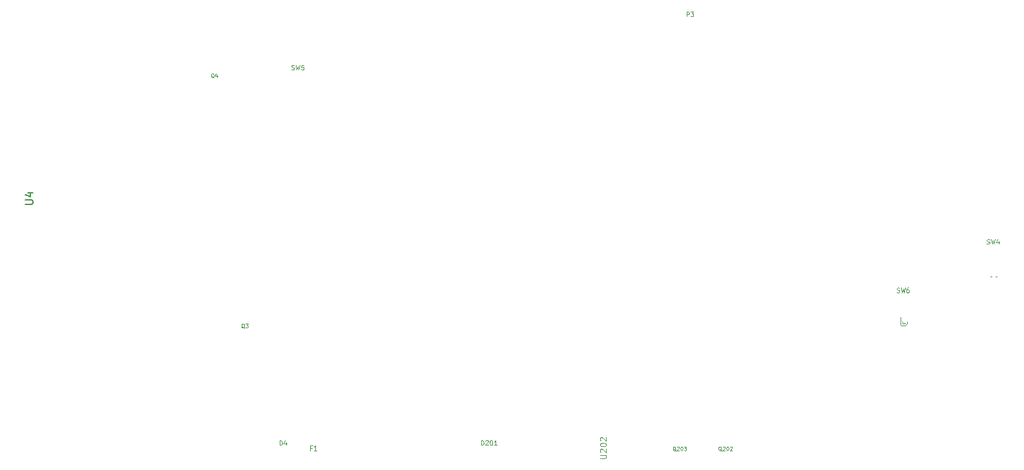
<source format=gbr>
G04 #@! TF.FileFunction,Other,ECO1*
%FSLAX46Y46*%
G04 Gerber Fmt 4.6, Leading zero omitted, Abs format (unit mm)*
G04 Created by KiCad (PCBNEW 4.0.4+e1-6308~48~ubuntu16.04.1-stable) date Tue Nov 15 10:08:49 2016*
%MOMM*%
%LPD*%
G01*
G04 APERTURE LIST*
%ADD10C,0.500000*%
%ADD11C,0.100000*%
%ADD12C,0.125000*%
%ADD13C,0.150000*%
G04 APERTURE END LIST*
D10*
D11*
X141410666Y59554050D02*
X141378666Y59582850D01*
X140875666Y59554050D02*
X140834666Y59538150D01*
X140834666Y59538150D02*
X140791666Y59536950D01*
X140907666Y59582850D02*
X140875666Y59554050D01*
X141569666Y59577650D02*
X141535666Y59550650D01*
X141451666Y59538150D02*
X141410666Y59554050D01*
X141494666Y59536950D02*
X141451666Y59538150D01*
X140791666Y59536950D02*
X140750666Y59550650D01*
X141535666Y59550650D02*
X141494666Y59536950D01*
X140750666Y59550650D02*
X140716666Y59577650D01*
X129502200Y53416000D02*
X129528200Y53466700D01*
X128973200Y53184200D02*
X128962200Y53214700D01*
X128962200Y53214700D02*
X128956200Y53246700D01*
X129019200Y53138500D02*
X128994200Y53159300D01*
X129206200Y53371700D02*
X129433200Y53371700D01*
X129206200Y53645500D02*
X129206200Y53371700D01*
X129483200Y53397100D02*
X129502200Y53416000D01*
X128994200Y53159300D02*
X128973200Y53184200D01*
X129433200Y53371700D02*
X129483200Y53397100D01*
X128956200Y53246700D02*
X128956200Y54246700D01*
X129462200Y53121700D02*
X129081200Y53121700D01*
X129613200Y53182500D02*
X129518200Y53134900D01*
X129773200Y53408900D02*
X129765200Y53381300D01*
X129778200Y53437200D02*
X129773200Y53408900D01*
X129778200Y53580100D02*
X129778200Y53437200D01*
X129081200Y53121700D02*
X129049200Y53127400D01*
X129491200Y53126700D02*
X129462200Y53121700D01*
X129049200Y53127400D02*
X129019200Y53138500D01*
X129518200Y53134900D02*
X129491200Y53126700D01*
X129646200Y53206000D02*
X129613200Y53182500D01*
X129717200Y53286100D02*
X129693200Y53253600D01*
X129693200Y53253600D02*
X129646200Y53206000D01*
X129765200Y53381300D02*
X129717200Y53286100D01*
X47557143Y37428571D02*
X47557143Y38028571D01*
X47700000Y38028571D01*
X47785715Y38000000D01*
X47842857Y37942857D01*
X47871429Y37885714D01*
X47900000Y37771429D01*
X47900000Y37685714D01*
X47871429Y37571429D01*
X47842857Y37514286D01*
X47785715Y37457143D01*
X47700000Y37428571D01*
X47557143Y37428571D01*
X48414286Y37828571D02*
X48414286Y37428571D01*
X48271429Y38057143D02*
X48128572Y37628571D01*
X48500000Y37628571D01*
X73985714Y37428571D02*
X73985714Y38028571D01*
X74128571Y38028571D01*
X74214286Y38000000D01*
X74271428Y37942857D01*
X74300000Y37885714D01*
X74328571Y37771429D01*
X74328571Y37685714D01*
X74300000Y37571429D01*
X74271428Y37514286D01*
X74214286Y37457143D01*
X74128571Y37428571D01*
X73985714Y37428571D01*
X74557143Y37971429D02*
X74585714Y38000000D01*
X74642857Y38028571D01*
X74785714Y38028571D01*
X74842857Y38000000D01*
X74871428Y37971429D01*
X74900000Y37914286D01*
X74900000Y37857143D01*
X74871428Y37771429D01*
X74528571Y37428571D01*
X74900000Y37428571D01*
X75271429Y38028571D02*
X75328572Y38028571D01*
X75385715Y38000000D01*
X75414286Y37971429D01*
X75442857Y37914286D01*
X75471429Y37800000D01*
X75471429Y37657143D01*
X75442857Y37542857D01*
X75414286Y37485714D01*
X75385715Y37457143D01*
X75328572Y37428571D01*
X75271429Y37428571D01*
X75214286Y37457143D01*
X75185715Y37485714D01*
X75157143Y37542857D01*
X75128572Y37657143D01*
X75128572Y37800000D01*
X75157143Y37914286D01*
X75185715Y37971429D01*
X75214286Y38000000D01*
X75271429Y38028571D01*
X76042858Y37428571D02*
X75700001Y37428571D01*
X75871429Y37428571D02*
X75871429Y38028571D01*
X75814286Y37942857D01*
X75757144Y37885714D01*
X75700001Y37857143D01*
X51800000Y37042857D02*
X51600000Y37042857D01*
X51600000Y36728571D02*
X51600000Y37328571D01*
X51885714Y37328571D01*
X52428572Y36728571D02*
X52085715Y36728571D01*
X52257143Y36728571D02*
X52257143Y37328571D01*
X52200000Y37242857D01*
X52142858Y37185714D01*
X52085715Y37157143D01*
X105476191Y36676190D02*
X105428572Y36700000D01*
X105380953Y36747619D01*
X105309524Y36819048D01*
X105261905Y36842857D01*
X105214286Y36842857D01*
X105238096Y36723810D02*
X105190477Y36747619D01*
X105142858Y36795238D01*
X105119048Y36890476D01*
X105119048Y37057143D01*
X105142858Y37152381D01*
X105190477Y37200000D01*
X105238096Y37223810D01*
X105333334Y37223810D01*
X105380953Y37200000D01*
X105428572Y37152381D01*
X105452381Y37057143D01*
X105452381Y36890476D01*
X105428572Y36795238D01*
X105380953Y36747619D01*
X105333334Y36723810D01*
X105238096Y36723810D01*
X105642858Y37176190D02*
X105666668Y37200000D01*
X105714287Y37223810D01*
X105833334Y37223810D01*
X105880953Y37200000D01*
X105904763Y37176190D01*
X105928572Y37128571D01*
X105928572Y37080952D01*
X105904763Y37009524D01*
X105619049Y36723810D01*
X105928572Y36723810D01*
X106238096Y37223810D02*
X106285715Y37223810D01*
X106333334Y37200000D01*
X106357143Y37176190D01*
X106380953Y37128571D01*
X106404762Y37033333D01*
X106404762Y36914286D01*
X106380953Y36819048D01*
X106357143Y36771429D01*
X106333334Y36747619D01*
X106285715Y36723810D01*
X106238096Y36723810D01*
X106190477Y36747619D01*
X106166667Y36771429D01*
X106142858Y36819048D01*
X106119048Y36914286D01*
X106119048Y37033333D01*
X106142858Y37128571D01*
X106166667Y37176190D01*
X106190477Y37200000D01*
X106238096Y37223810D01*
X106595238Y37176190D02*
X106619048Y37200000D01*
X106666667Y37223810D01*
X106785714Y37223810D01*
X106833333Y37200000D01*
X106857143Y37176190D01*
X106880952Y37128571D01*
X106880952Y37080952D01*
X106857143Y37009524D01*
X106571429Y36723810D01*
X106880952Y36723810D01*
X99476191Y36676190D02*
X99428572Y36700000D01*
X99380953Y36747619D01*
X99309524Y36819048D01*
X99261905Y36842857D01*
X99214286Y36842857D01*
X99238096Y36723810D02*
X99190477Y36747619D01*
X99142858Y36795238D01*
X99119048Y36890476D01*
X99119048Y37057143D01*
X99142858Y37152381D01*
X99190477Y37200000D01*
X99238096Y37223810D01*
X99333334Y37223810D01*
X99380953Y37200000D01*
X99428572Y37152381D01*
X99452381Y37057143D01*
X99452381Y36890476D01*
X99428572Y36795238D01*
X99380953Y36747619D01*
X99333334Y36723810D01*
X99238096Y36723810D01*
X99642858Y37176190D02*
X99666668Y37200000D01*
X99714287Y37223810D01*
X99833334Y37223810D01*
X99880953Y37200000D01*
X99904763Y37176190D01*
X99928572Y37128571D01*
X99928572Y37080952D01*
X99904763Y37009524D01*
X99619049Y36723810D01*
X99928572Y36723810D01*
X100238096Y37223810D02*
X100285715Y37223810D01*
X100333334Y37200000D01*
X100357143Y37176190D01*
X100380953Y37128571D01*
X100404762Y37033333D01*
X100404762Y36914286D01*
X100380953Y36819048D01*
X100357143Y36771429D01*
X100333334Y36747619D01*
X100285715Y36723810D01*
X100238096Y36723810D01*
X100190477Y36747619D01*
X100166667Y36771429D01*
X100142858Y36819048D01*
X100119048Y36914286D01*
X100119048Y37033333D01*
X100142858Y37128571D01*
X100166667Y37176190D01*
X100190477Y37200000D01*
X100238096Y37223810D01*
X100571429Y37223810D02*
X100880952Y37223810D01*
X100714286Y37033333D01*
X100785714Y37033333D01*
X100833333Y37009524D01*
X100857143Y36985714D01*
X100880952Y36938095D01*
X100880952Y36819048D01*
X100857143Y36771429D01*
X100833333Y36747619D01*
X100785714Y36723810D01*
X100642857Y36723810D01*
X100595238Y36747619D01*
X100571429Y36771429D01*
X49150000Y86757143D02*
X49235714Y86728571D01*
X49378571Y86728571D01*
X49435714Y86757143D01*
X49464285Y86785714D01*
X49492857Y86842857D01*
X49492857Y86900000D01*
X49464285Y86957143D01*
X49435714Y86985714D01*
X49378571Y87014286D01*
X49264285Y87042857D01*
X49207143Y87071429D01*
X49178571Y87100000D01*
X49150000Y87157143D01*
X49150000Y87214286D01*
X49178571Y87271429D01*
X49207143Y87300000D01*
X49264285Y87328571D01*
X49407143Y87328571D01*
X49492857Y87300000D01*
X49692857Y87328571D02*
X49835714Y86728571D01*
X49950000Y87157143D01*
X50064286Y86728571D01*
X50207143Y87328571D01*
X50721428Y87328571D02*
X50435714Y87328571D01*
X50407143Y87042857D01*
X50435714Y87071429D01*
X50492857Y87100000D01*
X50635714Y87100000D01*
X50692857Y87071429D01*
X50721428Y87042857D01*
X50750000Y86985714D01*
X50750000Y86842857D01*
X50721428Y86785714D01*
X50692857Y86757143D01*
X50635714Y86728571D01*
X50492857Y86728571D01*
X50435714Y86757143D01*
X50407143Y86785714D01*
D12*
X89561905Y35678571D02*
X90209524Y35678571D01*
X90285714Y35716666D01*
X90323810Y35754762D01*
X90361905Y35830952D01*
X90361905Y35983333D01*
X90323810Y36059524D01*
X90285714Y36097619D01*
X90209524Y36135714D01*
X89561905Y36135714D01*
X89638095Y36478571D02*
X89600000Y36516666D01*
X89561905Y36592857D01*
X89561905Y36783333D01*
X89600000Y36859523D01*
X89638095Y36897619D01*
X89714286Y36935714D01*
X89790476Y36935714D01*
X89904762Y36897619D01*
X90361905Y36440476D01*
X90361905Y36935714D01*
X89561905Y37430952D02*
X89561905Y37507143D01*
X89600000Y37583333D01*
X89638095Y37621428D01*
X89714286Y37659524D01*
X89866667Y37697619D01*
X90057143Y37697619D01*
X90209524Y37659524D01*
X90285714Y37621428D01*
X90323810Y37583333D01*
X90361905Y37507143D01*
X90361905Y37430952D01*
X90323810Y37354762D01*
X90285714Y37316666D01*
X90209524Y37278571D01*
X90057143Y37240476D01*
X89866667Y37240476D01*
X89714286Y37278571D01*
X89638095Y37316666D01*
X89600000Y37354762D01*
X89561905Y37430952D01*
X89638095Y38002381D02*
X89600000Y38040476D01*
X89561905Y38116667D01*
X89561905Y38307143D01*
X89600000Y38383333D01*
X89638095Y38421429D01*
X89714286Y38459524D01*
X89790476Y38459524D01*
X89904762Y38421429D01*
X90361905Y37964286D01*
X90361905Y38459524D01*
D11*
X140260000Y63869543D02*
X140345714Y63840971D01*
X140488571Y63840971D01*
X140545714Y63869543D01*
X140574285Y63898114D01*
X140602857Y63955257D01*
X140602857Y64012400D01*
X140574285Y64069543D01*
X140545714Y64098114D01*
X140488571Y64126686D01*
X140374285Y64155257D01*
X140317143Y64183829D01*
X140288571Y64212400D01*
X140260000Y64269543D01*
X140260000Y64326686D01*
X140288571Y64383829D01*
X140317143Y64412400D01*
X140374285Y64440971D01*
X140517143Y64440971D01*
X140602857Y64412400D01*
X140802857Y64440971D02*
X140945714Y63840971D01*
X141060000Y64269543D01*
X141174286Y63840971D01*
X141317143Y64440971D01*
X141802857Y64240971D02*
X141802857Y63840971D01*
X141660000Y64469543D02*
X141517143Y64040971D01*
X141888571Y64040971D01*
X128469000Y57499243D02*
X128554714Y57470671D01*
X128697571Y57470671D01*
X128754714Y57499243D01*
X128783285Y57527814D01*
X128811857Y57584957D01*
X128811857Y57642100D01*
X128783285Y57699243D01*
X128754714Y57727814D01*
X128697571Y57756386D01*
X128583285Y57784957D01*
X128526143Y57813529D01*
X128497571Y57842100D01*
X128469000Y57899243D01*
X128469000Y57956386D01*
X128497571Y58013529D01*
X128526143Y58042100D01*
X128583285Y58070671D01*
X128726143Y58070671D01*
X128811857Y58042100D01*
X129011857Y58070671D02*
X129154714Y57470671D01*
X129269000Y57899243D01*
X129383286Y57470671D01*
X129526143Y58070671D01*
X130011857Y58070671D02*
X129897571Y58070671D01*
X129840428Y58042100D01*
X129811857Y58013529D01*
X129754714Y57927814D01*
X129726143Y57813529D01*
X129726143Y57584957D01*
X129754714Y57527814D01*
X129783286Y57499243D01*
X129840428Y57470671D01*
X129954714Y57470671D01*
X130011857Y57499243D01*
X130040428Y57527814D01*
X130069000Y57584957D01*
X130069000Y57727814D01*
X130040428Y57784957D01*
X130011857Y57813529D01*
X129954714Y57842100D01*
X129840428Y57842100D01*
X129783286Y57813529D01*
X129754714Y57784957D01*
X129726143Y57727814D01*
D13*
X14252381Y69038095D02*
X15061905Y69038095D01*
X15157143Y69085714D01*
X15204762Y69133333D01*
X15252381Y69228571D01*
X15252381Y69419048D01*
X15204762Y69514286D01*
X15157143Y69561905D01*
X15061905Y69609524D01*
X14252381Y69609524D01*
X14585714Y70514286D02*
X15252381Y70514286D01*
X14204762Y70276190D02*
X14919048Y70038095D01*
X14919048Y70657143D01*
D11*
X100907143Y93728571D02*
X100907143Y94328571D01*
X101135715Y94328571D01*
X101192857Y94300000D01*
X101221429Y94271429D01*
X101250000Y94214286D01*
X101250000Y94128571D01*
X101221429Y94071429D01*
X101192857Y94042857D01*
X101135715Y94014286D01*
X100907143Y94014286D01*
X101450000Y94328571D02*
X101821429Y94328571D01*
X101621429Y94100000D01*
X101707143Y94100000D01*
X101764286Y94071429D01*
X101792857Y94042857D01*
X101821429Y93985714D01*
X101821429Y93842857D01*
X101792857Y93785714D01*
X101764286Y93757143D01*
X101707143Y93728571D01*
X101535715Y93728571D01*
X101478572Y93757143D01*
X101450000Y93785714D01*
X38952381Y85675390D02*
X38904762Y85699200D01*
X38857143Y85746819D01*
X38785714Y85818248D01*
X38738095Y85842057D01*
X38690476Y85842057D01*
X38714286Y85723010D02*
X38666667Y85746819D01*
X38619048Y85794438D01*
X38595238Y85889676D01*
X38595238Y86056343D01*
X38619048Y86151581D01*
X38666667Y86199200D01*
X38714286Y86223010D01*
X38809524Y86223010D01*
X38857143Y86199200D01*
X38904762Y86151581D01*
X38928571Y86056343D01*
X38928571Y85889676D01*
X38904762Y85794438D01*
X38857143Y85746819D01*
X38809524Y85723010D01*
X38714286Y85723010D01*
X39357143Y86056343D02*
X39357143Y85723010D01*
X39238096Y86246819D02*
X39119048Y85889676D01*
X39428572Y85889676D01*
X42952381Y52776190D02*
X42904762Y52800000D01*
X42857143Y52847619D01*
X42785714Y52919048D01*
X42738095Y52942857D01*
X42690476Y52942857D01*
X42714286Y52823810D02*
X42666667Y52847619D01*
X42619048Y52895238D01*
X42595238Y52990476D01*
X42595238Y53157143D01*
X42619048Y53252381D01*
X42666667Y53300000D01*
X42714286Y53323810D01*
X42809524Y53323810D01*
X42857143Y53300000D01*
X42904762Y53252381D01*
X42928571Y53157143D01*
X42928571Y52990476D01*
X42904762Y52895238D01*
X42857143Y52847619D01*
X42809524Y52823810D01*
X42714286Y52823810D01*
X43095239Y53323810D02*
X43404762Y53323810D01*
X43238096Y53133333D01*
X43309524Y53133333D01*
X43357143Y53109524D01*
X43380953Y53085714D01*
X43404762Y53038095D01*
X43404762Y52919048D01*
X43380953Y52871429D01*
X43357143Y52847619D01*
X43309524Y52823810D01*
X43166667Y52823810D01*
X43119048Y52847619D01*
X43095239Y52871429D01*
M02*

</source>
